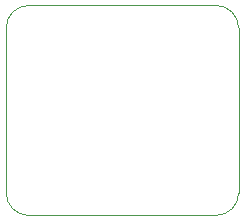
<source format=gbr>
%TF.GenerationSoftware,KiCad,Pcbnew,(5.1.10-1-10_14)*%
%TF.CreationDate,2022-04-02T19:32:47-06:00*%
%TF.ProjectId,RPiG3iMacJ20,52506947-3369-44d6-9163-4a32302e6b69,rev?*%
%TF.SameCoordinates,Original*%
%TF.FileFunction,Profile,NP*%
%FSLAX46Y46*%
G04 Gerber Fmt 4.6, Leading zero omitted, Abs format (unit mm)*
G04 Created by KiCad (PCBNEW (5.1.10-1-10_14)) date 2022-04-02 19:32:47*
%MOMM*%
%LPD*%
G01*
G04 APERTURE LIST*
%TA.AperFunction,Profile*%
%ADD10C,0.050000*%
%TD*%
G04 APERTURE END LIST*
D10*
X121920000Y-83185000D02*
X137795000Y-83185000D01*
X120015000Y-99060000D02*
X120015000Y-85090000D01*
X137795000Y-100965000D02*
X121920000Y-100965000D01*
X139700000Y-85090000D02*
X139700000Y-99060000D01*
X137795000Y-83185000D02*
G75*
G02*
X139700000Y-85090000I0J-1905000D01*
G01*
X139700000Y-99060000D02*
G75*
G02*
X137795000Y-100965000I-1905000J0D01*
G01*
X121920000Y-100965000D02*
G75*
G02*
X120015000Y-99060000I0J1905000D01*
G01*
X120015000Y-85090000D02*
G75*
G02*
X121920000Y-83185000I1905000J0D01*
G01*
M02*

</source>
